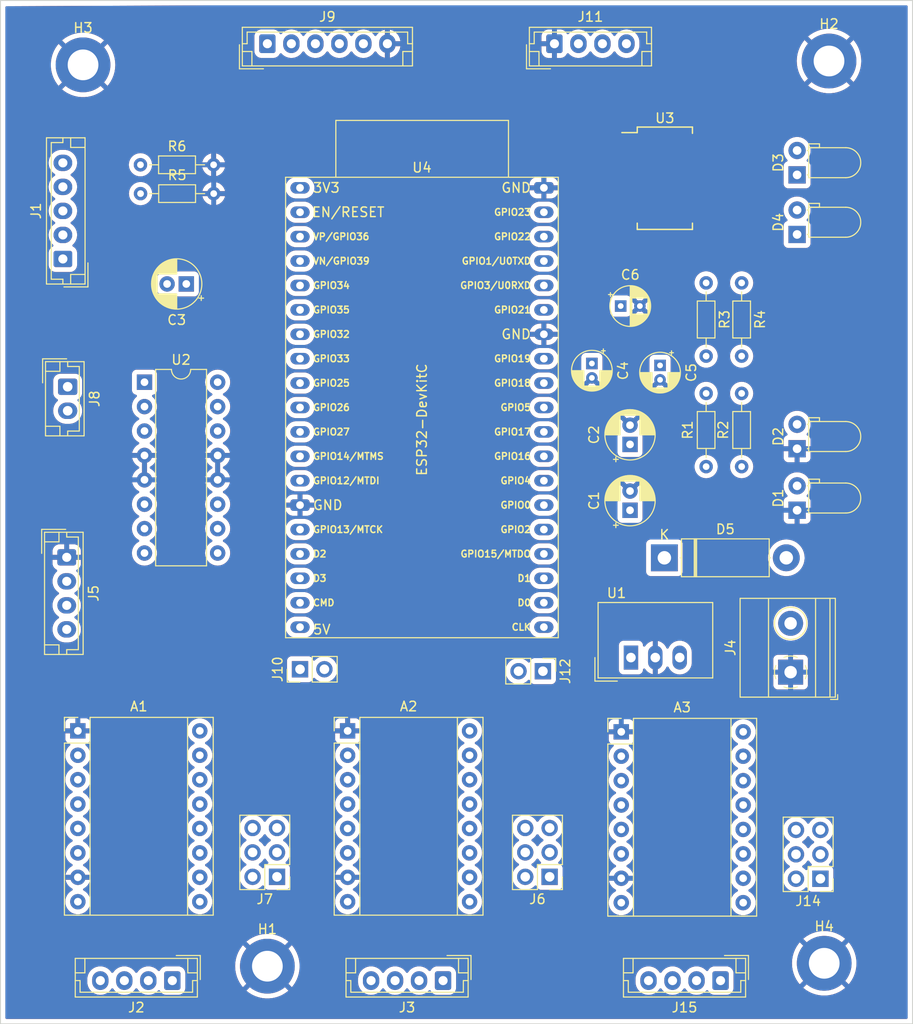
<source format=kicad_pcb>
(kicad_pcb (version 20211014) (generator pcbnew)
  (layers (0 "F.Cu" signal) (31 "B.Cu" signal) (34 "B.Paste" user) (35 "F.Paste" user) (36 "B.SilkS" user "B.Silkscreen") (37 "F.SilkS" user "F.Silkscreen") (38 "B.Mask" user) (39 "F.Mask" user) (44 "Edge.Cuts" user))
  (net 0 "")
  (net 1 "GND")
  (net 2 "+5V")
  (net 3 "Net-(A1-Pad3)")
  (net 4 "Net-(A1-Pad4)")
  (net 5 "Net-(A1-Pad5)")
  (net 6 "Net-(A1-Pad6)")
  (net 7 "+12V")
  (net 8 "/enable_Stepper_2")
  (net 9 "Net-(A1-Pad10)")
  (net 10 "Net-(A1-Pad13)")
  (net 11 "/Stepper_2_STEP")
  (net 12 "/Stepper_2_DIR")
  (net 13 "Net-(A2-Pad3)")
  (net 14 "Net-(A2-Pad4)")
  (net 15 "Net-(A2-Pad5)")
  (net 16 "Net-(A2-Pad6)")
  (net 17 "/enable_Stepper_1")
  (net 18 "Net-(A2-Pad13)")
  (net 19 "/Stepper_1_STEP")
  (net 20 "/Stepper_1_DIR")
  (net 21 "/enable_dc_gear_motor")
  (net 22 "/dc_gear_motor_1A")
  (net 28 "Net-(D1-Pad2)")
  (net 29 "Net-(D2-Pad2)")
  (net 30 "/display_SDA")
  (net 31 "/display_SCL")
  (net 32 "Net-(A2-Pad10)")
  (net 33 "Net-(A2-Pad11)")
  (net 34 "Net-(C3-Pad1)")
  (net 35 "Net-(A3-Pad3)")
  (net 36 "Net-(C3-Pad2)")
  (net 37 "Net-(C4-Pad1)")
  (net 38 "Net-(D3-Pad2)")
  (net 39 "Net-(A3-Pad4)")
  (net 40 "Net-(D4-Pad2)")
  (net 41 "/L_G")
  (net 42 "/L_R")
  (net 43 "Net-(D3-Pad1)")
  (net 44 "+3V3")
  (net 45 "/CS")
  (net 46 "/LED1")
  (net 47 "/LED2")
  (net 48 "Net-(D4-Pad1)")
  (net 49 "Net-(J10-Pad1)")
  (net 50 "/MOSI")
  (net 51 "/CLK")
  (net 52 "/MISO")
  (net 53 "Net-(J11-Pad2)")
  (net 54 "/RTS")
  (net 55 "Net-(J11-Pad3)")
  (net 56 "Net-(J12-Pad2)")
  (net 57 "/CTS")
  (net 58 "/TX")
  (net 60 "/RX")
  (net 70 "Net-(A1-Pad11)")
  (net 71 "Net-(A1-Pad12)")
  (net 72 "Net-(A2-Pad12)")
  (net 73 "Net-(A3-Pad5)")
  (net 74 "/dc_gear_motor_2A")
  (net 75 "Net-(A3-Pad6)")
  (net 76 "Net-(A3-Pad10)")
  (net 77 "Net-(A3-Pad11)")
  (net 78 "Net-(A3-Pad12)")
  (net 79 "Net-(A3-Pad13)")
  (net 80 "Net-(C5-Pad1)")
  (net 84 "/interface_btn")
  (net 85 "Net-(J1-Pad3)")
  (net 86 "/interface_poti")
  (net 92 "Net-(J4-Pad2)")
  (footprint "MountingHole:MountingHole_3.2mm_M3_ISO7380_Pad" (layer "F.Cu") (at 138.9 140.4)
    (fp_text reference "H1" (at 0 -3.85) (layer "F.SilkS"))
    (fp_text value "MountingHole_Pad")
    (pad "1" thru_hole circle (at 0 0) (size 5.7 5.7) (drill 3.2) (layers *.Cu *.Mask) (net 1 "GND"))
  )
  (footprint "Resistor_THT:R_Axial_DIN0204_L3.6mm_D1.6mm_P7.62mm_Horizontal" (layer "F.Cu") (at 188.3 69.29 -90)
    (fp_text reference "R4" (at 3.81 -1.92 90) (layer "F.SilkS"))
    (fp_text value "1k")
    (pad "1" thru_hole circle (at 0 0 270) (size 1.4 1.4) (drill 0.7) (layers *.Cu *.Mask) (net 40 "Net-(D4-Pad2)"))
    (pad "2" thru_hole oval (at 7.62 0 270) (size 1.4 1.4) (drill 0.7) (layers *.Cu *.Mask) (net 37 "Net-(C4-Pad1)"))
  )
  (footprint "Resistor_THT:R_Axial_DIN0204_L3.6mm_D1.6mm_P7.62mm_Horizontal" (layer "F.Cu") (at 125.68 57)
    (fp_text reference "R6" (at 3.81 -1.92) (layer "F.SilkS"))
    (fp_text value "270")
    (pad "1" thru_hole circle (at 0 0) (size 1.4 1.4) (drill 0.7) (layers *.Cu *.Mask) (net 85 "Net-(J1-Pad3)"))
    (pad "2" thru_hole oval (at 7.62 0) (size 1.4 1.4) (drill 0.7) (layers *.Cu *.Mask) (net 1 "GND"))
  )
  (footprint "Capacitor_THT:CP_Radial_D5.0mm_P2.00mm" (layer "F.Cu") (at 176.672599 92.955112 90)
    (fp_text reference "C1" (at 1 -3.75 90) (layer "F.SilkS"))
    (fp_text value "C_Polarized")
    (pad "1" thru_hole rect (at 0 0 90) (size 1.6 1.6) (drill 0.8) (layers *.Cu *.Mask) (net 7 "+12V"))
    (pad "2" thru_hole circle (at 2 0 90) (size 1.6 1.6) (drill 0.8) (layers *.Cu *.Mask) (net 1 "GND"))
  )
  (footprint "Connector_PinHeader_2.54mm:PinHeader_1x02_P2.54mm_Vertical" (layer "F.Cu") (at 167.6 109.7 -90)
    (fp_text reference "J12" (at 0 -2.33 90) (layer "F.SilkS"))
    (fp_text value "Conn_01x02_Male")
    (pad "1" thru_hole rect (at 0 0 270) (size 1.7 1.7) (drill 1) (layers *.Cu *.Mask) (net 57 "/CTS"))
    (pad "2" thru_hole oval (at 0 2.54 270) (size 1.7 1.7) (drill 1) (layers *.Cu *.Mask) (net 56 "Net-(J12-Pad2)"))
  )
  (footprint "Connector_JST:JST_EH_B5B-EH-A_1x05_P2.50mm_Vertical" (layer "F.Cu") (at 117.6 66.8 90)
    (fp_text reference "J1" (at 5 -2.8 90) (layer "F.SilkS"))
    (fp_text value "interface")
    (pad "1" thru_hole roundrect (at 0 0 90) (size 1.7 1.95) (drill 0.95) (layers *.Cu *.Mask) (roundrect_rratio 0.147059) (net 84 "/interface_btn"))
    (pad "2" thru_hole oval (at 2.5 0 90) (size 1.7 1.95) (drill 0.95) (layers *.Cu *.Mask) (net 2 "+5V"))
    (pad "3" thru_hole oval (at 5 0 90) (size 1.7 1.95) (drill 0.95) (layers *.Cu *.Mask) (net 85 "Net-(J1-Pad3)"))
    (pad "4" thru_hole oval (at 7.5 0 90) (size 1.7 1.95) (drill 0.95) (layers *.Cu *.Mask) (net 86 "/interface_poti"))
    (pad "5" thru_hole oval (at 10 0 90) (size 1.7 1.95) (drill 0.95) (layers *.Cu *.Mask) (net 2 "+5V"))
  )
  (footprint "Capacitor_THT:CP_Radial_D4.0mm_P2.00mm" (layer "F.Cu") (at 175.7 71.7)
    (fp_text reference "C6" (at 1 -3.25) (layer "F.SilkS"))
    (fp_text value "10µF")
    (pad "1" thru_hole rect (at 0 0) (size 1.2 1.2) (drill 0.6) (layers *.Cu *.Mask) (net 37 "Net-(C4-Pad1)"))
    (pad "2" thru_hole circle (at 2 0) (size 1.2 1.2) (drill 0.6) (layers *.Cu *.Mask) (net 1 "GND"))
  )
  (footprint "Connector_JST:JST_EH_B4B-EH-A_1x04_P2.50mm_Vertical" (layer "F.Cu") (at 129 141.9 180)
    (fp_text reference "J2" (at 3.75 -2.8) (layer "F.SilkS"))
    (fp_text value "Stepper_1")
    (pad "1" thru_hole roundrect (at 0 0 180) (size 1.7 1.95) (drill 0.95) (layers *.Cu *.Mask) (roundrect_rratio 0.147059) (net 3 "Net-(A1-Pad3)"))
    (pad "2" thru_hole oval (at 2.5 0 180) (size 1.7 1.95) (drill 0.95) (layers *.Cu *.Mask) (net 4 "Net-(A1-Pad4)"))
    (pad "3" thru_hole oval (at 5 0 180) (size 1.7 1.95) (drill 0.95) (layers *.Cu *.Mask) (net 5 "Net-(A1-Pad5)"))
    (pad "4" thru_hole oval (at 7.5 0 180) (size 1.7 1.95) (drill 0.95) (layers *.Cu *.Mask) (net 6 "Net-(A1-Pad6)"))
  )
  (footprint "Resistor_THT:R_Axial_DIN0204_L3.6mm_D1.6mm_P7.62mm_Horizontal" (layer "F.Cu") (at 184.6 69.29 -90)
    (fp_text reference "R3" (at 3.81 -1.92 90) (layer "F.SilkS"))
    (fp_text value "1k")
    (pad "1" thru_hole circle (at 0 0 270) (size 1.4 1.4) (drill 0.7) (layers *.Cu *.Mask) (net 38 "Net-(D3-Pad2)"))
    (pad "2" thru_hole oval (at 7.62 0 270) (size 1.4 1.4) (drill 0.7) (layers *.Cu *.Mask) (net 37 "Net-(C4-Pad1)"))
  )
  (footprint "LED_THT:LED_D3.0mm_Horizontal_O1.27mm_Z2.0mm" (layer "F.Cu") (at 194.075 64.25 90)
    (fp_text reference "D4" (at 1.27 -1.96 90) (layer "F.SilkS"))
    (fp_text value "GREEN_USB")
    (pad "1" thru_hole rect (at 0 0 90) (size 1.8 1.8) (drill 0.9) (layers *.Cu *.Mask) (net 48 "Net-(D4-Pad1)"))
    (pad "2" thru_hole circle (at 2.54 0 90) (size 1.8 1.8) (drill 0.9) (layers *.Cu *.Mask) (net 40 "Net-(D4-Pad2)"))
  )
  (footprint "Connector_PinHeader_2.54mm:PinHeader_1x02_P2.54mm_Vertical" (layer "F.Cu") (at 142.3 109.5 90)
    (fp_text reference "J10" (at 0 -2.33 90) (layer "F.SilkS"))
    (fp_text value "Conn_01x02_Male")
    (pad "1" thru_hole rect (at 0 0 90) (size 1.7 1.7) (drill 1) (layers *.Cu *.Mask) (net 49 "Net-(J10-Pad1)"))
    (pad "2" thru_hole oval (at 0 2.54 90) (size 1.7 1.7) (drill 1) (layers *.Cu *.Mask) (net 54 "/RTS"))
  )
  (footprint "TerminalBlock_Phoenix:TerminalBlock_Phoenix_MKDS-1,5-2-5.08_1x02_P5.08mm_Horizontal" (layer "F.Cu") (at 193.4 109.8 90)
    (fp_text reference "J4" (at 2.54 -6.26 90) (layer "F.SilkS"))
    (fp_text value "Screw_Terminal_01x02")
    (pad "1" thru_hole rect (at 0 0 90) (size 2.6 2.6) (drill 1.3) (layers *.Cu *.Mask) (net 1 "GND"))
    (pad "2" thru_hole circle (at 5.08 0 90) (size 2.6 2.6) (drill 1.3) (layers *.Cu *.Mask) (net 92 "Net-(J4-Pad2)"))
  )
  (footprint "Capacitor_THT:CP_Radial_D4.0mm_P1.50mm" (layer "F.Cu") (at 172.7 77.677401 -90)
    (fp_text reference "C4" (at 0.75 -3.25 90) (layer "F.SilkS"))
    (fp_text value "0.1µF")
    (pad "1" thru_hole rect (at 0 0 270) (size 1.2 1.2) (drill 0.6) (layers *.Cu *.Mask) (net 37 "Net-(C4-Pad1)"))
    (pad "2" thru_hole circle (at 1.5 0 270) (size 1.2 1.2) (drill 0.6) (layers *.Cu *.Mask) (net 1 "GND"))
  )
  (footprint "Package_DIP:DIP-16_W7.62mm" (layer "F.Cu") (at 126.1 79.625)
    (fp_text reference "U2" (at 3.81 -2.33) (layer "F.SilkS"))
    (fp_text value "L293D")
    (pad "1" thru_hole rect (at 0 0) (size 1.6 1.6) (drill 0.8) (layers *.Cu *.Mask) (net 21 "/enable_dc_gear_motor"))
    (pad "2" thru_hole oval (at 0 2.54) (size 1.6 1.6) (drill 0.8) (layers *.Cu *.Mask) (net 22 "/dc_gear_motor_1A"))
    (pad "3" thru_hole oval (at 0 5.08) (size 1.6 1.6) (drill 0.8) (layers *.Cu *.Mask) (net 34 "Net-(C3-Pad1)"))
    (pad "4" thru_hole oval (at 0 7.62) (size 1.6 1.6) (drill 0.8) (layers *.Cu *.Mask) (net 1 "GND"))
    (pad "5" thru_hole oval (at 0 10.16) (size 1.6 1.6) (drill 0.8) (layers *.Cu *.Mask) (net 1 "GND"))
    (pad "6" thru_hole oval (at 0 12.7) (size 1.6 1.6) (drill 0.8) (layers *.Cu *.Mask) (net 36 "Net-(C3-Pad2)"))
    (pad "7" thru_hole oval (at 0 15.24) (size 1.6 1.6) (drill 0.8) (layers *.Cu *.Mask) (net 74 "/dc_gear_motor_2A"))
    (pad "8" thru_hole oval (at 0 17.78) (size 1.6 1.6) (drill 0.8) (layers *.Cu *.Mask) (net 7 "+12V"))
    (pad "9" thru_hole oval (at 7.62 17.78) (size 1.6 1.6) (drill 0.8) (layers *.Cu *.Mask))
    (pad "10" thru_hole oval (at 7.62 15.24) (size 1.6 1.6) (drill 0.8) (layers *.Cu *.Mask))
    (pad "11" thru_hole oval (at 7.62 12.7) (size 1.6 1.6) (drill 0.8) (layers *.Cu *.Mask))
    (pad "12" thru_hole oval (at 7.62 10.16) (size 1.6 1.6) (drill 0.8) (layers *.Cu *.Mask) (net 1 "GND"))
    (pad "13" thru_hole oval (at 7.62 7.62) (size 1.6 1.6) (drill 0.8) (layers *.Cu *.Mask) (net 1 "GND"))
    (pad "14" thru_hole oval (at 7.62 5.08) (size 1.6 1.6) (drill 0.8) (layers *.Cu *.Mask))
    (pad "15" thru_hole oval (at 7.62 2.54) (size 1.6 1.6) (drill 0.8) (layers *.Cu *.Mask))
    (pad "16" thru_hole oval (at 7.62 0) (size 1.6 1.6) (drill 0.8) (layers *.Cu *.Mask) (net 7 "+12V"))
  )
  (footprint "Connector_JST:JST_EH_B6B-EH-A_1x06_P2.50mm_Vertical" (layer "F.Cu") (at 138.9 44.4)
    (fp_text reference "J9" (at 6.25 -2.8) (layer "F.SilkS"))
    (fp_text value "SD_SPI")
    (pad "1" thru_hole roundrect (at 0 0) (size 1.7 1.95) (drill 0.95) (layers *.Cu *.Mask) (roundrect_rratio 0.147059) (net 44 "+3V3"))
    (pad "2" thru_hole oval (at 2.5 0) (size 1.7 1.95) (drill 0.95) (layers *.Cu *.Mask) (net 45 "/CS"))
    (pad "3" thru_hole oval (at 5 0) (size 1.7 1.95) (drill 0.95) (layers *.Cu *.Mask) (net 50 "/MOSI"))
    (pad "4" thru_hole oval (at 7.5 0) (size 1.7 1.95) (drill 0.95) (layers *.Cu *.Mask) (net 51 "/CLK"))
    (pad "5" thru_hole oval (at 10 0) (size 1.7 1.95) (drill 0.95) (layers *.Cu *.Mask) (net 52 "/MISO"))
    (pad "6" thru_hole oval (at 12.5 0) (size 1.7 1.95) (drill 0.95) (layers *.Cu *.Mask) (net 1 "GND"))
  )
  (footprint "Connector_JST:JST_EH_B4B-EH-A_1x04_P2.50mm_Vertical" (layer "F.Cu") (at 118 97.85 -90)
    (fp_text reference "J5" (at 3.75 -2.8 90) (layer "F.SilkS"))
    (fp_text value "Display")
    (pad "1" thru_hole roundrect (at 0 0 270) (size 1.7 1.95) (drill 0.95) (layers *.Cu *.Mask) (roundrect_rratio 0.147059) (net 1 "GND"))
    (pad "2" thru_hole oval (at 2.5 0 270) (size 1.7 1.95) (drill 0.95) (layers *.Cu *.Mask) (net 2 "+5V"))
    (pad "3" thru_hole oval (at 5 0 270) (size 1.7 1.95) (drill 0.95) (layers *.Cu *.Mask) (net 30 "/display_SDA"))
    (pad "4" thru_hole oval (at 7.5 0 270) (size 1.7 1.95) (drill 0.95) (layers *.Cu *.Mask) (net 31 "/display_SCL"))
  )
  (footprint "Connector_JST:JST_EH_B4B-EH-A_1x04_P2.50mm_Vertical" (layer "F.Cu") (at 157.2 141.9 180)
    (fp_text reference "J3" (at 3.75 -2.8) (layer "F.SilkS"))
    (fp_text value "Stepper_2")
    (pad "1" thru_hole roundrect (at 0 0 180) (size 1.7 1.95) (drill 0.95) (layers *.Cu *.Mask) (roundrect_rratio 0.147059) (net 13 "Net-(A2-Pad3)"))
    (pad "2" thru_hole oval (at 2.5 0 180) (size 1.7 1.95) (drill 0.95) (layers *.Cu *.Mask) (net 14 "Net-(A2-Pad4)"))
    (pad "3" thru_hole oval (at 5 0 180) (size 1.7 1.95) (drill 0.95) (layers *.Cu *.Mask) (net 15 "Net-(A2-Pad5)"))
    (pad "4" thru_hole oval (at 7.5 0 180) (size 1.7 1.95) (drill 0.95) (layers *.Cu *.Mask) (net 16 "Net-(A2-Pad6)"))
  )
  (footprint "Capacitor_THT:CP_Radial_D4.0mm_P1.50mm" (layer "F.Cu") (at 179.8 77.8774 -90)
    (fp_text reference "C5" (at 0.75 -3.25 90) (layer "F.SilkS"))
    (fp_text value "0.1µF")
    (pad "1" thru_hole rect (at 0 0 270) (size 1.2 1.2) (drill 0.6) (layers *.Cu *.Mask) (net 80 "Net-(C5-Pad1)"))
    (pad "2" thru_hole circle (at 1.5 0 270) (size 1.2 1.2) (drill 0.6) (layers *.Cu *.Mask) (net 1 "GND"))
  )
  (footprint "LED_THT:LED_D3.0mm_Horizontal_O1.27mm_Z2.0mm" (layer "F.Cu") (at 194.075 92.95 90)
    (fp_text reference "D1" (at 1.27 -1.96 90) (layer "F.SilkS"))
    (fp_text value "RED")
    (pad "1" thru_hole rect (at 0 0 90) (size 1.8 1.8) (drill 0.9) (layers *.Cu *.Mask) (net 1 "GND"))
    (pad "2" thru_hole circle (at 2.54 0 90) (size 1.8 1.8) (drill 0.9) (layers *.Cu *.Mask) (net 28 "Net-(D1-Pad2)"))
  )
  (footprint "Diode_THT:D_5W_P12.70mm_Horizontal" (layer "F.Cu") (at 180.25 97.9)
    (fp_text reference "D5" (at 6.35 -2.97) (layer "F.SilkS"))
    (fp_text value "D_Schottky")
    (fp_text user "K" (at 0 -2.4) (layer "F.SilkS"))
    (pad "1" thru_hole rect (at 0 0) (size 2.8 2.8) (drill 1.4) (layers *.Cu *.Mask) (net 7 "+12V"))
    (pad "2" thru_hole oval (at 12.7 0) (size 2.8 2.8) (drill 1.4) (layers *.Cu *.Mask) (net 92 "Net-(J4-Pad2)"))
  )
  (footprint "Module:Pololu_Breakout-16_15.2x20.3mm" (layer "F.Cu") (at 175.76 116.01)
    (fp_text reference "A3" (at 6.35 -2.54) (layer "F.SilkS"))
    (fp_text value "Stepper_3_A4988")
    (pad "1" thru_hole rect (at 0 0) (size 1.6 1.6) (drill 0.8) (layers *.Cu *.Mask) (net 1 "GND"))
    (pad "2" thru_hole oval (at 0 2.54) (size 1.6 1.6) (drill 0.8) (layers *.Cu *.Mask) (net 2 "+5V"))
    (pad "3" thru_hole oval (at 0 5.08) (size 1.6 1.6) (drill 0.8) (layers *.Cu *.Mask) (net 35 "Net-(A3-Pad3)"))
    (pad "4" thru_hole oval (at 0 7.62) (size 1.6 1.6) (drill 0.8) (layers *.Cu *.Mask) (net 39 "Net-(A3-Pad4)"))
    (pad "5" thru_hole oval (at 0 10.16) (size 1.6 1.6) (drill 0.8) (layers *.Cu *.Mask) (net 73 "Net-(A3-Pad5)"))
    (pad "6" thru_hole oval (at 0 12.7) (size 1.6 1.6) (drill 0.8) (layers *.Cu *.Mask) (net 75 "Net-(A3-Pad6)"))
    (pad "7" thru_hole oval (at 0 15.24) (size 1.6 1.6) (drill 0.8) (layers *.Cu *.Mask) (net 1 "GND"))
    (pad "8" thru_hole oval (at 0 17.78) (size 1.6 1.6) (drill 0.8) (layers *.Cu *.Mask) (net 7 "+12V"))
    (pad "9" thru_hole oval (at 12.7 17.78) (size 1.6 1.6) (drill 0.8) (layers *.Cu *.Mask) (net 21 "/enable_dc_gear_motor"))
    (pad "10" thru_hole oval (at 12.7 15.24) (size 1.6 1.6) (drill 0.8) (layers *.Cu *.Mask) (net 76 "Net-(A3-Pad10)"))
    (pad "11" thru_hole oval (at 12.7 12.7) (size 1.6 1.6) (drill 0.8) (layers *.Cu *.Mask) (net 77 "Net-(A3-Pad11)"))
    (pad "12" thru_hole oval (at 12.7 10.16) (size 1.6 1.6) (drill 0.8) (layers *.Cu *.Mask) (net 78 "Net-(A3-Pad12)"))
    (pad "13" thru_hole oval (at 12.7 7.62) (size 1.6 1.6) (drill 0.8) (layers *.Cu *.Mask) (net 79 "Net-(A3-Pad13)"))
    (pad "14" thru_hole oval (at 12.7 5.08) (size 1.6 1.6) (drill 0.8) (layers *.Cu *.Mask) (net 79 "Net-(A3-Pad13)"))
    (pad "15" thru_hole oval (at 12.7 2.54) (size 1.6 1.6) (drill 0.8) (layers *.Cu *.Mask) (net 22 "/dc_gear_motor_1A"))
    (pad "16" thru_hole oval (at 12.7 0) (size 1.6 1.6) (drill 0.8) (layers *.Cu *.Mask) (net 74 "/dc_gear_motor_2A"))
  )
  (footprint "MountingHole:MountingHole_3.2mm_M3_ISO7380_Pad" (layer "F.Cu") (at 196.9 140.1)
    (fp_text reference "H4" (at 0 -3.85) (layer "F.SilkS"))
    (fp_text value "MountingHole_Pad")
    (pad "1" thru_hole circle (at 0 0) (size 5.7 5.7) (drill 3.2) (layers *.Cu *.Mask) (net 1 "GND"))
  )
  (footprint "MountingHole:MountingHole_3.2mm_M3_ISO7380_Pad" (layer "F.Cu") (at 119.7 46.6)
    (fp_text reference "H3" (at 0 -3.85) (layer "F.SilkS"))
    (fp_text value "MountingHole_Pad")
    (pad "1" thru_hole circle (at 0 0) (size 5.7 5.7) (drill 3.2) (layers *.Cu *.Mask) (net 1 "GND"))
  )
  (footprint "Connector_PinHeader_2.54mm:PinHeader_2x03_P2.54mm_Vertical" (layer "F.Cu") (at 139.9 131.1 180)
    (fp_text reference "J7" (at 1.27 -2.33) (layer "F.SilkS"))
    (fp_text value "Stepper_1_JUMPER")
    (pad "1" thru_hole rect (at 0 0 180) (size 1.7 1.7) (drill 1) (layers *.Cu *.Mask) (net 2 "+5V"))
    (pad "2" thru_hole oval (at 2.54 0 180) (size 1.7 1.7) (drill 1) (layers *.Cu *.Mask) (net 9 "Net-(A1-Pad10)"))
    (pad "3" thru_hole oval (at 0 2.54 180) (size 1.7 1.7) (drill 1) (layers *.Cu *.Mask) (net 2 "+5V"))
    (pad "4" thru_hole oval (at 2.54 2.54 180) (size 1.7 1.7) (drill 1) (layers *.Cu *.Mask) (net 70 "Net-(A1-Pad11)"))
    (pad "5" thru_hole oval (at 0 5.08 180) (size 1.7 1.7) (drill 1) (layers *.Cu *.Mask) (net 2 "+5V"))
    (pad "6" thru_hole oval (at 2.54 5.08 180) (size 1.7 1.7) (drill 1) (layers *.Cu *.Mask) (net 71 "Net-(A1-Pad12)"))
  )
  (footprint "LED_THT:LED_D3.0mm_Horizontal_O1.27mm_Z2.0mm" (layer "F.Cu") (at 194.075 58.05 90)
    (fp_text reference "D3" (at 1.27 -1.96 90) (layer "F.SilkS"))
    (fp_text value "RED_USB")
    (pad "1" thru_hole rect (at 0 0 90) (size 1.8 1.8) (drill 0.9) (layers *.Cu *.Mask) (net 43 "Net-(D3-Pad1)"))
    (pad "2" thru_hole circle (at 2.54 0 90) (size 1.8 1.8) (drill 0.9) (layers *.Cu *.Mask) (net 38 "Net-(D3-Pad2)"))
  )
  (footprint "Connector_JST:JST_EH_B2B-EH-A_1x02_P2.50mm_Vertical" (layer "F.Cu") (at 118.1 80.1 -90)
    (fp_text reference "J8" (at 1.25 -2.8 90) (layer "F.SilkS"))
    (fp_text value "dc_gear_motor")
    (pad "1" thru_hole roundrect (at 0 0 270) (size 1.7 2) (drill 1) (layers *.Cu *.Mask) (roundrect_rratio 0.147059) (net 34 "Net-(C3-Pad1)"))
    (pad "2" thru_hole oval (at 2.5 0 270) (size 1.7 2) (drill 1) (layers *.Cu *.Mask) (net 36 "Net-(C3-Pad2)"))
  )
  (footprint "Module:Pololu_Breakout-16_15.2x20.3mm" (layer "F.Cu") (at 147.26 115.91)
    (fp_text reference "A2" (at 6.35 -2.54) (layer "F.SilkS"))
    (fp_text value "Stepper_2_A4988")
    (pad "1" thru_hole rect (at 0 0) (size 1.6 1.6) (drill 0.8) (layers *.Cu *.Mask) (net 1 "GND"))
    (pad "2" thru_hole oval (at 0 2.54) (size 1.6 1.6) (drill 0.8) (layers *.Cu *.Mask) (net 2 "+5V"))
    (pad "3" thru_hole oval (at 0 5.08) (size 1.6 1.6) (drill 0.8) (layers *.Cu *.Mask) (net 13 "Net-(A2-Pad3)"))
    (pad "4" thru_hole oval (at 0 7.62) (size 1.6 1.6) (drill 0.8) (layers *.Cu *.Mask) (net 14 "Net-(A2-Pad4)"))
    (pad "5" thru_hole oval (at 0 10.16) (size 1.6 1.6) (drill 0.8) (layers *.Cu *.Mask) (net 15 "Net-(A2-Pad5)"))
    (pad "6" thru_hole oval (at 0 12.7) (size 1.6 1.6) (drill 0.8) (layers *.Cu *.Mask) (net 16 "Net-(A2-Pad6)"))
    (pad "7" thru_hole oval (at 0 15.24) (size 1.6 1.6) (drill 0.8) (layers *.Cu *.Mask) (net 1 "GND"))
    (pad "8" thru_hole oval (at 0 17.78) (size 1.6 1.6) (drill 0.8) (layers *.Cu *.Mask) (net 7 "+12V"))
    (pad "9" thru_hole oval (at 12.7 17.78) (size 1.6 1.6) (drill 0.8) (layers *.Cu *.Mask) (net 8 "/enable_Stepper_2"))
    (pad "10" thru_hole oval (at 12.7 15.24) (size 1.6 1.6) (drill 0.8) (layers *.Cu *.Mask) (net 32 "Net-(A2-Pad10)"))
    (pad "11" thru_hole oval (at 12.7 12.7) (size 1.6 1.6) (drill 0.8) (layers *.Cu *.Mask) (net 33 "Net-(A2-Pad11)"))
    (pad "12" thru_hole oval (at 12.7 10.16) (size 1.6 1.6) (drill 0.8) (layers *.Cu *.Mask) (net 72 "Net-(A2-Pad12)"))
    (pad "13" thru_hole oval (at 12.7 7.62) (size 1.6 1.6) (drill 0.8) (layers *.Cu *.Mask) (net 18 "Net-(A2-Pad13)"))
    (pad "14" thru_hole oval (at 12.7 5.08) (size 1.6 1.6) (drill 0.8) (layers *.Cu *.Mask) (net 18 "Net-(A2-Pad13)"))
    (pad "15" thru_hole oval (at 12.7 2.54) (size 1.6 1.6) (drill 0.8) (layers *.Cu *.Mask) (net 11 "/Stepper_2_STEP"))
    (pad "16" thru_hole oval (at 12.7 0) (size 1.6 1.6) (drill 0.8) (layers *.Cu *.Mask) (net 12 "/Stepper_2_DIR"))
  )
  (footprint "Connector_JST:JST_EH_B4B-EH-A_1x04_P2.50mm_Vertical" (layer "F.Cu") (at 186.1 141.9 180)
    (fp_text reference "J15" (at 3.75 -2.8) (layer "F.SilkS"))
    (fp_text value "Stepper_3")
    (pad "1" thru_hole roundrect (at 0 0 180) (size 1.7 1.95) (drill 0.95) (layers *.Cu *.Mask) (roundrect_rratio 0.147059) (net 35 "Net-(A3-Pad3)"))
    (pad "2" thru_hole oval (at 2.5 0 180) (size 1.7 1.95) (drill 0.95) (layers *.Cu *.Mask) (net 39 "Net-(A3-Pad4)"))
    (pad "3" thru_hole oval (at 5 0 180) (size 1.7 1.95) (drill 0.95) (layers *.Cu *.Mask) (net 73 "Net-(A3-Pad5)"))
    (pad "4" thru_hole oval (at 7.5 0 180) (size 1.7 1.95) (drill 0.95) (layers *.Cu *.Mask) (net 75 "Net-(A3-Pad6)"))
  )
  (footprint "Resistor_THT:R_Axial_DIN0204_L3.6mm_D1.6mm_P7.62mm_Horizontal" (layer "F.Cu") (at 184.6 88.41 90)
    (fp_text reference "R1" (at 3.81 -1.92 90) (layer "F.SilkS"))
    (fp_text value "270")
    (pad "1" thru_hole circle (at 0 0 90) (size 1.4 1.4) (drill 0.7) (layers *.Cu *.Mask) (net 46 "/LED1"))
    (pad "2" thru_hole oval (at 7.62 0 90) (size 1.4 1.4) (drill 0.7) (layers *.Cu *.Mask) (net 28 "Net-(D1-Pad2)"))
  )
  (footprint "Resistor_THT:R_Axial_DIN0204_L3.6mm_D1.6mm_P7.62mm_Horizontal" (layer "F.Cu") (at 188.3 88.41 90)
    (fp_text reference "R2" (at 3.81 -1.92 90) (layer "F.SilkS"))
    (fp_text value "270")
    (pad "1" thru_hole circle (at 0 0 90) (size 1.4 1.4) (drill 0.7) (layers *.Cu *.Mask) (net 47 "/LED2"))
    (pad "2" thru_hole oval (at 7.62 0 90) (size 1.4 1.4) (drill 0.7) (layers *.Cu *.Mask) (net 29 "Net-(D2-Pad2)"))
  )
  (footprint "Capacitor_THT:CP_Radial_D5.0mm_P2.00mm" (layer "F.Cu") (at 130.455113 69.4 180)
    (fp_text reference "C3" (at 1 -3.75) (layer "F.SilkS"))
    (fp_text value "C100_dc_gear_motor")
    (pad "1" thru_hole rect (at 0 0 180) (size 1.6 1.6) (drill 0.8) (layers *.Cu *.Mask) (net 34 "Net-(C3-Pad1)"))
    (pad "2" thru_hole circle (at 2 0 180) (size 1.6 1.6) (drill 0.8) (layers *.Cu *.Mask) (net 36 "Net-(C3-Pad2)"))
  )
  (footprint "LED_THT:LED_D3.0mm_Horizontal_O1.27mm_Z2.0mm" (layer "F.Cu") (at 194.075 86.55 90)
    (fp_text reference "D2" (at 1.27 -1.96 90) (layer "F.SilkS"))
    (fp_text value "RED")
    (pad "1" thru_hole rect (at 0 0 90) (size 1.8 1.8) (drill 0.9) (layers *.Cu *.Mask) (net 1 "GND"))
    (pad "2" thru_hole circle (at 2.54 0 90) (size 1.8 1.8) (drill 0.9) (layers *.Cu *.Mask) (net 29 "Net-(D2-Pad2)"))
  )
  (footprint "Capacitor_THT:CP_Radial_D5.0mm_P2.00mm" (layer "F.Cu") (at 176.672599 86.1 90)
    (fp_text reference "C2" (at 1 -3.75 90) (layer "F.SilkS"))
    (fp_text value "C_Polarized")
    (pad "1" thru_hole rect (at 0 0 90) (size 1.6 1.6) (drill 0.8) (layers *.Cu *.Mask) (net 2 "+5V"))
    (pad "2" thru_hole circle (at 2 0 90) (size 1.6 1.6) (drill 0.8) (layers *.Cu *.Mask) (net 1 "GND"))
  )
  (footprint "Connector_PinHeader_2.54mm:PinHeader_2x03_P2.54mm_Vertical" (layer "F.Cu") (at 168.3 131.1 180)
    (fp_text reference "J6" (at 1.27 -2.33) (layer "F.SilkS"))
    (fp_text value "Stepper_2_JUMPER")
    (pad "1" thru_hole rect (at 0 0 180) (size 1.7 1.7) (drill 1) (layers *.Cu *.Mask) (net 2 "+5V"))
    (pad "2" thru_hole oval (at 2.54 0 180) (size 1.7 1.7) (drill 1) (layers *.Cu *.Mask) (net 32 "Net-(A2-Pad10)"))
    (pad "3" thru_hole oval (at 0 2.54 180) (size 1.7 1.7) (drill 1) (layers *.Cu *.Mask) (net 2 "+5V"))
    (pad "4" thru_hole oval (at 2.54 2.54 180) (size 1.7 1.7) (drill 1) (layers *.Cu *.Mask) (net 33 "Net-(A2-Pad11)"))
    (pad "5" thru_hole oval (at 0 5.08 180) (size 1.7 1.7) (drill 1) (layers *.Cu *.Mask) (net 2 "+5V"))
    (pad "6" thru_hole oval (at 2.54 5.08 180) (size 1.7 1.7) (drill 1) (layers *.Cu *.Mask) (net 72 "Net-(A2-Pad12)"))
  )
  (footprint "Converter_DCDC:Converter_DCDC_TRACO_TSR-1_THT" (layer "F.Cu") (at 176.7675 108.2825)
    (fp_text reference "U1" (at -1.5 -6.71) (layer "F.SilkS"))
    (fp_text value "TSR_1-2450")
    (pad "1" thru_hole rect (at 0 0) (size 1.5 2.5) (drill 1) (layers *.Cu *.Mask) (net 7 "+12V"))
    (pad "2" thru_hole oval (at 2.54 0) (size 1.5 2.5) (drill 1) (layers *.Cu *.Mask) (net 1 "GND"))
    (pad "3" thru_hole oval (at 5.08 0) (size 1.5 2.5) (drill 1) (layers *.Cu *.Mask) (net 2 "+5V"))
  )
  (footprint "Package_SO:SSOP-28_5.3x10.2mm_P0.65mm" (layer "F.Cu") (at 180.3 58.4)
    (fp_text reference "U3" (at 0 -6.25) (layer "F.SilkS"))
    (fp_text value "FT232RL")
    (pad "1" smd rect (at -3.6 -4.225) (size 1.75 0.45) (layers "F.Cu" "F.Paste" "F.Mask") (net 58 "/TX"))
    (pad "2" smd rect (at -3.6 -3.575) (size 1.75 0.45) (layers "F.Cu" "F.Paste" "F.Mask"))
    (pad "3" smd rect (at -3.6 -2.925) (size 1.75 0.45) (layers "F.Cu" "F.Paste" "F.Mask") (net 54 "/RTS"))
    (pad "4" smd rect (at -3.6 -2.275) (size 1.75 0.45) (layers "F.Cu" "F.Paste" "F.Mask") (net 2 "+5V"))
    (pad "5" smd rect (at -3.6 -1.625) (size 1.75 0.45) (layers "F.Cu" "F.Paste" "F.Mask") (net 60 "/RX"))
    (pad "6" smd rect (at -3.6 -0.975) (size 1.75 0.45) (layers "F.Cu" "F.Paste" "F.Mask"))
    (pad "7" smd rect (at -3.6 -0.325) (size 1.75 0.45) (layers "F.Cu" "F.Paste" "F.Mask") (net 1 "GND"))
    (pad "8" smd rect (at -3.6 0.325) (size 1.75 0.45) (layers "F.Cu" "F.Paste" "F.Mask"))
    (pad "9" smd rect (at -3.6 0.975) (size 1.75 0.45) (layers "F.Cu" "F.Paste" "F.Mask"))
    (pad "10" smd rect (at -3.6 1.625) (size 1.75 0.45) (layers "F.Cu" "F.Paste" "F.Mask"))
    (pad "11" smd rect (at -3.6 2.275) (size 1.75 0.45) (layers "F.Cu" "F.Paste" "F.Mask") (net 57 "/CTS"))
    (pad "12" smd rect (at -3.6 2.925) (size 1.75 0.45) (layers "F.Cu" "F.Paste" "F.Mask"))
    (pad "13" smd rect (at -3.6 3.575) (size 1.75 0.45) (layers "F.Cu" "F.Paste" "F.Mask"))
    (pad "14" smd rect (at -3.6 4.225) (size 1.75 0.45) (layers "F.Cu" "F.Paste" "F.Mask"))
    (pad "15" smd rect (at 3.6 4.225) (size 1.75 0.45) (layers "F.Cu" "F.Paste" "F.Mask") (net 53 "Net-(J11-Pad2)"))
    (pad "16" smd rect (at 3.6 3.575) (size 1.75 0.45) (layers "F.Cu" "F.Paste" "F.Mask") (net 55 "Net-(J11-Pad3)"))
    (pad "17" smd rect (at 3.6 2.925) (size 1.75 0.45) (layers "F.Cu" "F.Paste" "F.Mask") (net 80 "Net-(C5-Pad1)"))
    (pad "18" smd rect (at 3.6 2.275) (size 1.75 0.45) (layers "F.Cu" "F.Paste" "F.Mask") (net 1 "GND"))
    (pad "19" smd rect (at 3.6 1.625) (size 1.75 0.45) (layers "F.Cu" "F.Paste" "F.Mask"))
    (pad "20" smd rect (at 3.6 0.975) (size 1.75 0.45) (layers "F.Cu" "F.Paste" "F.Mask") (net 37 "Net-(C4-Pad1)"))
    (pad "21" smd rect (at 3.6 0.325) (size 1.75 0.45) (layers "F.Cu" "F.Paste" "F.Mask") (net 1 "GND"))
    (pad "22" smd rect (at 3.6 -0.325) (size 1.75 0.45) (layers "F.Cu" "F.Paste" "F.Mask") (net 48 "Net-(D4-Pad1)"))
    (pad "23" smd rect (at 3.6 -0.975) (size 1.75 0.45) (layers "F.Cu" "F.Paste" "F.Mask") (net 43 "Net-(D3-Pad1)"))
    (pad "24" smd rect (at 3.6 -1.625) (size 1.75 0.45) (layers "F.Cu" "F.Paste" "F.Mask"))
    (pad "25" smd rect (at 3.6 -2.275) (size 1.75 0.45) (layers "F.Cu" "F.Paste" "F.Mask") (net 1 "GND"))
    (pad "26" smd rect (at 3.6 -2.925) (size 1.75 0.45) (layers "F.Cu" "F.Paste" "F.Mask") (net 1 "GND"))
    (pad "27" smd rect (at 3.6 -3.575) (size 1.75 0.45) (layers "F.Cu" "F.Paste" "F.Mask"))
    (pad "28" smd rect (at 3.6 -4.225) (size 1.75 0.45) (layers "F.Cu" "F.Paste" "F.Mask"))
  )
  (footprint "Connector_PinHeader_2.54mm:PinHeader_2x03_P2.54mm_Vertical" (layer "F.Cu") (at 196.5 131.3 180)
    (fp_text reference "J14" (at 1.27 -2.33) (layer "F.SilkS"))
    (fp_text value "Stepper_3_JUMPER")
    (pad "1" thru_hole rect (at 0 0 180) (size 1.7 1.7) (drill 1) (layers *.Cu *.Mask) (net 2 "+5V"))
    (pad "2" thru_hole oval (at 2.54 0 180) (size 1.7 1.7) (drill 1) (layers *.Cu *.Mask) (net 76 "Net-(A3-Pad10)"))
    (pad "3" thru_hole oval (at 0 2.54 180) (size 1.7 1.7) (drill 1) (layers *.Cu *.Mask) (net 2 "+5V"))
    (pad "4" thru_hole oval (at 2.54 2.54 180) (size 1.7 1.7) (drill 1) (layers *.Cu *.Mask) (net 77 "Net-(A3-Pad11)"))
    (pad "5" thru_hole oval (at 0 5.08 180) (size 1.7 1.7) (drill 1) (layers *.Cu *.Mask) (net 2 "+5V"))
    (pad "6" thru_hole oval (at 2.54 5.08 180) (size 1.7 1.7) (drill 1) (layers *.Cu *.Mask) (net 78 "Net-(A3-Pad12)"))
  )
  (footprint "Module:Pololu_Breakout-16_15.2x20.3mm" (layer "F.Cu") (at 119.16 115.91)
    (fp_text reference "A1" (at 6.35 -2.54) (layer "F.SilkS"))
    (fp_text value "Stepper_1_A4988")
    (pad "1" thru_hole rect (at 0 0) (size 1.6 1.6) (drill 0.8) (layers *.Cu *.Mask) (net 1 "GND"))
    (pad "2" thru_hole oval (at 0 2.54) (size 1.6 1.6) (drill 0.8) (layers *.Cu *.Mask) (net 2 "+5V"))
    (pad "3" thru_hole oval (at 0 5.08) (size 1.6 1.6) (drill 0.8) (layers *.Cu *.Mask) (net 3 "Net-(A1-Pad3)"))
    (pad "4" thru_hole oval (at 0 7.62) (size 1.6 1.6) (drill 0.8) (layers *.Cu *.Mask) (net 4 "Net-(A1-Pad4)"))
    (pad "5" thru_hole oval (at 0 10.16) (size 1.6 1.6) (drill 0.8) (layers *.Cu *.Mask) (net 5 "Net-(A1-Pad5)"))
    (pad "6" thru_hole oval (at 0 12.7) (size 1.6 1.6) (drill 0.8) (layers *.Cu *.Mask) (net 6 "Net-(A1-Pad6)"))
    (pad "7" thru_hole oval (at 0 15.24) (size 1.6 1.6) (drill 0.8) (layers *.Cu *.Mask) (net 1 "GND"))
    (pad "8" thru_hole oval (at 0 17.78) (size 1.6 1.6) (drill 0.8) (layers *.Cu *.Mask) (net 7 "+12V"))
    (pad "9" thru_hole oval (at 12.7 17.78) (size 1.6 1.6) (drill 0.8) (layers *.Cu *.Mask) (net 17 "/enable_Stepper_1"))
    (pad "10" thru_hole oval (at 12.7 15.24) (size 1.6 1.6) (drill 0.8) (layers *.Cu *.Mask) (net 9 "Net-(A1-Pad10)"))
    (pad "11" thru_hole oval (at 12.7 12.7) (size 1.6 1.6) (drill 0.8) (layers *.Cu *.Mask) (net 70 "Net-(A1-Pad11)"))
    (pad "12" thru_hole oval (at 12.7 10.16) (size 1.6 1.6) (drill 0.8) (layers *.Cu *.Mask) (net 71 "Net-(A1-Pad12)"))
    (pad "13" thru_hole oval (at 12.7 7.62) (size 1.6 1.6) (drill 0.8) (layers *.Cu *.Mask) (net 10 "Net-(A1-Pad13)"))
    (pad "14" thru_hole oval (at 12.7 5.08) (size 1.6 1.6) (drill 0.8) (layers *.Cu *.Mask) (net 10 "Net-(A1-Pad13)"))
    (pad "15" thru_hole oval (at 12.7 2.54) (size 1.6 1.6) (drill 0.8) (layers *.Cu *.Mask) (net 19 "/Stepper_1_STEP"))
    (pad "16" thru_hole oval (at 12.7 0) (size 1.6 1.6) (drill 0.8) (layers *.Cu *.Mask) (net 20 "/Stepper_1_DIR"))
  )
  (footprint "MountingHole:MountingHole_3.2mm_M3_ISO7380_Pad" (layer "F.Cu") (at 197.4 46.2)
    (fp_text reference "H2" (at 0 -3.85) (layer "F.SilkS"))
    (fp_text value "MountingHole_Pad")
    (pad "1" thru_hole circle (at 0 0) (size 5.7 5.7) (drill 3.2) (layers *.Cu *.Mask) (net 1 "GND"))
  )
  (footprint "Espressif:ESP32-DevKitC" (layer "F.Cu") (at 142.29632 59.39384)
    (fp_text reference "U4" (at 12.70368 -2.09728) (layer "F.SilkS"))
    (fp_text value "ESP32-DevKitC" (at 12.70368 24.13272 90) (layer "F.SilkS"))
    (fp_text user "GPIO4" (at 24.13368 30.48272 unlocked) (layer "F.SilkS") (effects (font (size 0.7 0.7)) (justify right)))
    (fp_text user "GPIO32" (at 1.27368 15.24272 unlocked) (layer "F.SilkS") (effects (font (size 0.7 0.7)) (justify left)))
    (fp_text user "CLK" (at 24.13368 45.72272 unlocked) (layer "F.SilkS") (effects (font (size 0.7 0.7)) (justify right)))
    (fp_text user "GPIO15/MTDO" (at 24.13368 38.10272 unlocked) (layer "F.SilkS") (effects (font (size 0.7 0.7)) (justify right)))
    (fp_text user "EN/RESET" (at 8.89 2.54 unlocked) (layer "F.SilkS") (effects (justify right)))
    (fp_text user "GPIO13/MTCK" (at 1.27368 35.56272 unlocked) (layer "F.SilkS") (effects (font (size 0.7 0.7)) (justify left)))
    (fp_text user "VP/GPIO36" (at 1.27368 5.08272 unlocked) (layer "F.SilkS") (effects (font (size 0.7 0.7)) (justify left)))
    (fp_text user "GPIO2" (at 24.13368 35.56272 unlocked) (layer "F.SilkS") (effects (font (size 0.7 0.7)) (justify right)))
    (fp_text user "GPIO18" (at 24.13368 20.32272 unlocked) (layer "F.SilkS") (effects (font (size 0.7 0.7)) (justify right)))
    (fp_text user "GND" (at 1.27368 33.02272 unlocked) (layer "F.SilkS") (effects (justify left)))
    (fp_text user "GND" (at 24.13368 15.24272 unlocked) (layer "F.SilkS") (effects (justify right)))
    (fp_text user "GPIO35" (at 1.27368 12.70272 unlocked) (layer "F.SilkS") (effects (font (size 0.7 0.7)) (justify left)))
    (fp_text user "D3" (at 1.27368 40.64272 unlocked) (layer "F.SilkS") (effects (font (size 0.7 0.7)) (justify left)))
    (fp_text user "GPIO19" (at 24.13368 17.78272 unlocked) (layer "F.SilkS") (effects (font (size 0.7 0.7)) (justify right)))
    (fp_text user "GPIO12/MTDI" (at 1.27368 30.48272 unlocked) (layer "F.SilkS") (effects (font (size 0.7 0.7)) (justify left)))
    (fp_text user "GPIO34" (at 1.27368 10.16272 unlocked) (layer "F.SilkS") (effects (font (size 0.7 0.7)) (justify left)))
    (fp_text user "GPIO26" (at 1.27368 22.86272 unlocked) (layer "F.SilkS") (effects (font (size 0.7 0.7)) (justify left)))
    (fp_text user "GPIO22" (at 24.13368 5.08272 unlocked) (layer "F.SilkS") (effects (font (size 0.7 0.7)) (justify right)))
    (fp_text user "GPIO1/U0TXD" (at 24.13368 7.62272 unlocked) (layer "F.SilkS") (effects (font (size 0.7 0.7)) (justify right)))
    (fp_text user "3V3" (at 1.27368 0.00272 unlocked) (layer "F.SilkS") (effects (justify left)))
    (fp_text user "D0" (at 24.13368 43.18272 unlocked) (layer "F.SilkS") (effects (font (size 0.7 0.7)) (justify right)))
    (fp_text user "D1" (at 24.13368 40.64272 unlocked) (layer "F.SilkS") (effects (font (size 0.7 0.7)) (justify right)))
    (fp_text user "VN/GPIO39" (at 1.27368 7.62272 unlocked) (layer "F.SilkS") (effects (font (size 0.7 0.7)) (justify left)))
    (fp_text user "GPIO16" (at 24.13368 27.94272 unlocked) (layer "F.SilkS") (effects (font (size 0.7 0.7)) (justify right)))
    (fp_text user "GPIO23" (at 24.13368 2.54272 unlocked) (layer "F.SilkS") (effects (font (size 0.7 0.7)) (justify right)))
    (fp_text user "GPIO5" (at 24.13368 22.86272 unlocked) (layer "F.SilkS") (effects (font (size 0.7 0.7)) (justify right)))
    (fp_text user "GPIO3/U0RXD" (at 24.13368 10.16272 unlocked) (layer "F.SilkS") (effects (font (size 0.7 0.7)) (justify right)))
    (fp_text user "GPIO17" (at 24.13368 25.40272 unlocked) (layer "F.SilkS") (effects (font (size 0.7 0.7)) (justify right)))
    (fp_text user "D2" (at 1.27368 38.10272 unlocked) (layer "F.SilkS") (effects (font (size 0.7 0.7)) (justify left)))
    (fp_text user "GPIO33" (at 1.27368 17.78272 unlocked) (layer "F.SilkS") (effects (font (size 0.7 0.7)) (justify left)))
    (fp_text user "5V" (at 1.27 45.974 unlocked) (layer "F.SilkS") (effects (justify left)))
    (fp_text user "GPIO27" (at 1.27368 25.40272 unlocked) (layer "F.SilkS") (effects (font (size 0.7 0.7)) (justify left)))
    (fp_text user "CMD" (at 1.27368 43.18272 unlocked) (layer "F.SilkS") (effects (font (size 0.7 0.7)) (justify left)))
    (fp_text user "GPIO25" (at 1.27368 20.32272 unlocked) (layer "F.SilkS") (effects (font (size 0.7 0.7)) (justify left)))
    (fp_text user "GPIO14/MTMS" (at 1.27368 27.94272 unlocked) (layer "F.SilkS") (effects (font (size 0.7 0.7)) (justify left)))
    (fp_text user "GPIO0" (at 24.13368 33.02272 unlocked) (layer "F.SilkS") (effects (font (size 0.7 0.7)) (justify right)))
    (fp_text user "GND" (at 24.13368 0.00272 unlocked) (layer "F.SilkS") (effects (justify right)))
    (fp_text user "GPIO21" (at 24.13368 12.70272 unlocked) (layer "F.SilkS") (effects (font (size 0.7 0.7)) (justify right)))
    (pad "1" thru_hole oval locked (at 0.00368 0.00272 270) (size 1.2 2) (drill 0.8) (layers *.Cu *.Mask) (net 44 "+3V3"))
    (pad "2" thru_hole oval locked (at 0.00368 2.54272 270) (size 1.2 2) (drill 0.8) (layers *.Cu *.Mask))
    (pad "3" thru_hole oval locked (at 0.00368 5.08272 270) (size 1.2 2) (drill 0.8) (layers *.Cu *.Mask))
    (pad "4" thru_hole oval locked (at 0.00368 7.62272 270) (size 1.2 2) (drill 0.8) (layers *.Cu *.Mask))
    (pad "5" thru_hole oval locked (at 0.00368 10.16272 270) (size 1.2 2) (drill 0.8) (layers *.Cu *.Mask))
    (pad "6" thru_hole oval locked (at 0.00368 12.70272 270) (size 1.2 2) (drill 0.8) (layers *.Cu *.Mask))
    (pad "7" thru_hole oval locked (at 0.00368 15.24272 270) (size 1.2 2) (drill 0.8) (layers *.Cu *.Mask))
    (pad "8" thru_hole oval locked (at 0.00368 17.78272 270) (size 1.2 2) (drill 0.8) (layers *.Cu *.Mask))
    (pad "9" thru_hole oval locked (at 0.00368 20.32272 270) (size 1.2 2) (drill 0.8) (layers *.Cu *.Mask) (net 86 "/interface_poti"))
    (pad "10" thru_hole oval locked (at 0.00368 22.86272 270) (size 1.2 2) (drill 0.8) (layers *.Cu *.Mask) (net 84 "/interface_btn"))
    (pad "11" thru_hole oval locked (at 0.00368 25.40272 270) (size 1.2 2) (drill 0.8) (layers *.Cu *.Mask) (net 21 "/enable_dc_gear_motor"))
    (pad "12" thru_hole oval locked (at 0.00368 27.94272 270) (size 1.2 2) (drill 0.8) (layers *.Cu *.Mask) (net 22 "/dc_gear_motor_1A"))
    (pad "13" thru_hole oval locked (at 0.00368 30.48272 270) (size 1.2 2) (drill 0.8) (layers *.Cu *.Mask) (net 74 "/dc_gear_motor_2A"))
    (pad "14" thru_hole roundrect locked (at 0.00368 33.02272 270) (size 1.2 2) (drill 0.8) (layers *.Cu *.Mask) (net 1 "GND"))
    (pad "15" thru_hole oval locked (at 0.00368 35.56272 270) (size 1.2 2) (drill 0.8) (layers *.Cu *.Mask))
    (pad "16" thru_hole oval locked (at 0.00368 38.10272 270) (size 1.2 2) (drill 0.8) (layers *.Cu *.Mask) (net 42 "/L_R"))
    (pad "17" thru_hole oval locked (at 0.00368 40.64272 270) (size 1.2 2) (drill 0.8) (layers *.Cu *.Mask) (net 41 "/L_G"))
    (pad "18" thru_hole oval locked (at 0.00368 43.18272 270) (size 1.2 2) (drill 0.8) (layers *.Cu *.Mask) (net 49 "Net-(J10-Pad1)"))
    (pad "19" thru_hole oval locked (at 0.00368 45.72272 270) (size 1.2 2) (drill 0.8) (layers *.Cu *.Mask) (net 2 "+5V"))
    (pad "20" thru_hole oval locked (at 25.4 45.72 270) (size 1.2 2) (drill 0.8) (layers *.Cu *.Mask) (net 56 "Net-(J12-Pad2)"))
    (pad "21" thru_hole oval locked (at 25.4 43.18 270) (size 1.2 2) (drill 0.8) (layers *.Cu *.Mask) (net 47 "/LED2"))
    (pad "22" thru_hole oval locked (at 25.40368 40.64272 270) (size 1.2 2) (drill 0.8) (layers *.Cu *.Mask) (net 46 "/LED1"))
    (pad "23" thru_hole oval locked (at 25.40368 38.10272 270) (size 1.2 2) (drill 0.8) (layers *.Cu *.Mask) (net 17 "/enable_Stepper_1"))
    (pad "24" thru_hole oval locked (at 25.40368 35.56272 270) (size 1.2 2) (drill 0.8) (layers *.Cu *.Mask) (net 19 "/Stepper_1_STEP"))
    (pad "25" thru_hole oval locked (at 25.40368 33.02272 270) (size 1.2 2) (drill 0.8) (layers *.Cu *.Mask) (net 20 "/Stepper_1_DIR"))
    (pad "26" thru_hole oval locked (at 25.40368 30.48272 270) (size 1.2 2) (drill 0.8) (layers *.Cu *.Mask) (net 8 "/enable_Stepper_2"))
    (pad "27" thru_hole oval locked (at 25.40368 27.94272 270) (size 1.2 2) (drill 0.8) (layers *.Cu *.Mask) (net 12 "/Stepper_2_DIR"))
    (pad "28" thru_hole oval locked (at 25.40368 25.40272 270) (size 1.2 2) (drill 0.8) (layers *.Cu *.Mask) (net 11 "/Stepper_2_STEP"))
    (pad "29" thru_hole oval locked (at 25.40368 22.86272 270) (size 1.2 2) (drill 0.8) (layers *.Cu *.Mask) (net 45 "/CS"))
    (pad "30" thru_hole oval locked (at 25.40368 20.32272 270) (size 1.2 2) (drill 0.8) (layers *.Cu *.Mask) (net 51 "/CLK"))
    (pad "31" thru_hole oval locked (at 25.40368 17.78272 270) (size 1.2 2) (drill 0.8) (layers *.Cu *.Mask) (net 52 "/MISO"))
    (pad "32" thru_hole oval locked (at 25.40368 15.24272 270) (size 1.2 2) (drill 0.8) (layers *.Cu *.Mask) (net 1 "GND"))
    (pad "33" thru_hole oval locked (at 25.40368 12.70272 270) (size 1.2 2) (drill 0.8) (layers *.Cu *.Mask) (net 30 "/display_SDA"))
    (pad "34" thru_hole oval locked (at 25.40368 10.16272 270) (size 1.2 2) (drill 0.8) (layers *.Cu *.Mask) (net 60 "/RX"))
    (pad "35" thru_hole oval locked (at 25.40368 7.62272 270) (size 1.2 2) (drill 0.8) (layers *.Cu *.Mask) (net 58 "/TX"))
    (pad "36" thru_hole oval locked (at 25.40368 5.08272 270) (size 1.2 2) (drill 0.8) (layers *.Cu *.Mask) (net 31 "/display_SCL"))
    (pad "37" thru_hole oval locked (at 25.40368 2.54272 270) (size 1.2 2) (drill 0.8) (layers *.Cu *.Mask) (net 50 "/MOSI"))
    (pad "38" thru_hole roundrect locked (at 25.40368 0.00272 270) (size 1.2 2) (drill 0.8) (layers *.Cu *.Mask) (net 1 "GND"))
  )
  (footprint "Resistor_THT:R_Axial_DIN0204_L3.6mm_D1.6mm_P7.62mm_Horizontal" (layer "F.Cu") (at 125.69 60)
    (fp_text reference "R5" (at 3.81 -1.92) (layer "F.SilkS"))
    (fp_text value "1k")
    (pad "1" thru_hole circle (at 0 0) (size 1.4 1.4) (drill 0.7) (layers *.Cu *.Mask) (net 84 "/interface_btn"))
    (pad "2" thru_hole oval (at 7.62 0) (size 1.4 1.4) (drill 0.7) (layers *.Cu *.Mask) (net 1 "GND"))
  )
  (footprint "Connector_JST:JST_EH_B4B-EH-A_1x04_P2.50mm_Vertical" (layer "F.Cu") (at 168.8 44.4)
    (fp_text reference "J11" (at 3.75 -2.8) (layer "F.SilkS"))
    (fp_text value "USB_C")
    (pad "1" thru_hole roundrect (at 0 0) (size 1.7 1.95) (drill 0.95) (layers *.Cu *.Mask) (roundrect_rratio 0.147059) (net 1 "GND"))
    (pad "2" thru_hole oval (at 2.5 0) (size 1.7 1.95) (drill 0.95) (layers *.Cu *.Mask) (net 53 "Net-(J11-Pad2)"))
    (pad "3" thru_hole oval (at 5 0) (size 1.7 1.95) (drill 0.95) (layers *.Cu *.Mask) (net 55 "Net-(J11-Pad3)"))
    (pad "4" thru_hole oval (at 7.5 0) (size 1.7 1.95) (drill 0.95) (layers *.Cu *.Mask) (net 37 "Net-(C4-Pad1)"))
  )
  (gr_rect (start 111.1 39.9) (end 206.1 146.4) (layer "Edge.Cuts") (width 0.1) (fill none))
  (zone (net 1) (net_name "GND") (layers F&B.Cu) (connect_pads (clearance 0.508)) (min_thickness 0.254) (fill yes (thermal_gap 0.508) (thermal_bridge_width 0.508) (island_removal_mode 1) (island_area_min 0))
    (polygon (pts (xy 205.8 40.1) (xy 205.8 146) (xy 111.8 146.2) (xy 111.4 146.2) (xy 111.5 40.5)))
  )
)
</source>
